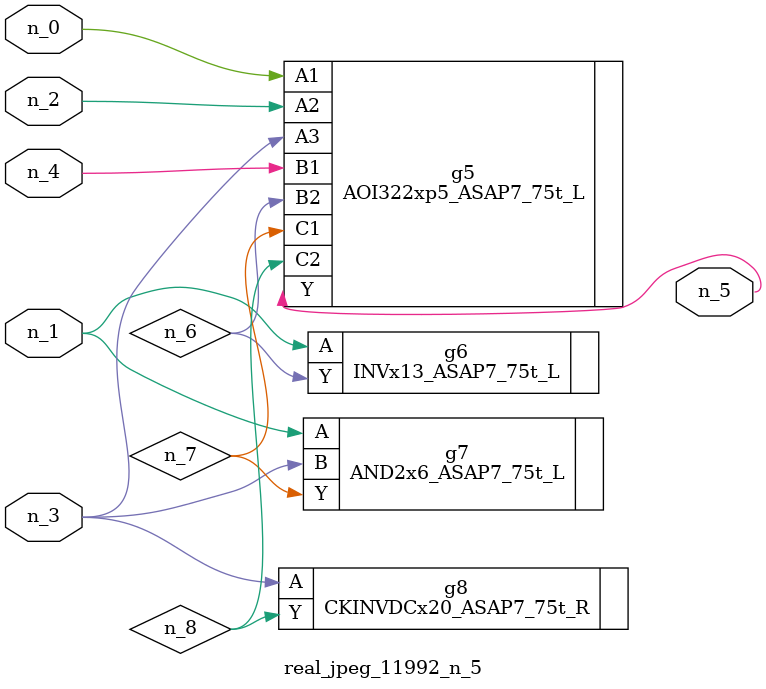
<source format=v>
module real_jpeg_11992_n_5 (n_4, n_0, n_1, n_2, n_3, n_5);

input n_4;
input n_0;
input n_1;
input n_2;
input n_3;

output n_5;

wire n_8;
wire n_6;
wire n_7;

AOI322xp5_ASAP7_75t_L g5 ( 
.A1(n_0),
.A2(n_2),
.A3(n_3),
.B1(n_4),
.B2(n_6),
.C1(n_7),
.C2(n_8),
.Y(n_5)
);

INVx13_ASAP7_75t_L g6 ( 
.A(n_1),
.Y(n_6)
);

AND2x6_ASAP7_75t_L g7 ( 
.A(n_1),
.B(n_3),
.Y(n_7)
);

CKINVDCx20_ASAP7_75t_R g8 ( 
.A(n_3),
.Y(n_8)
);


endmodule
</source>
